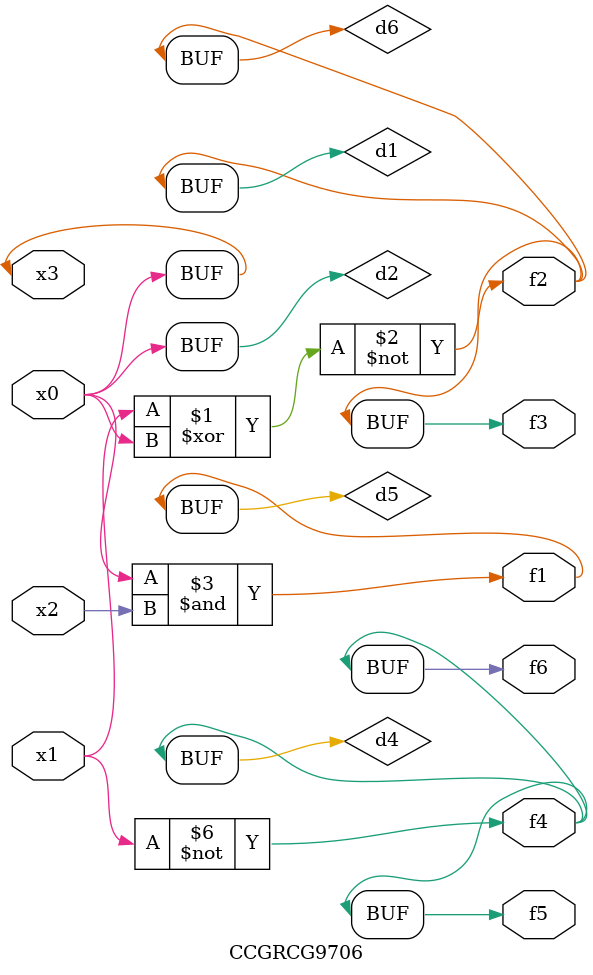
<source format=v>
module CCGRCG9706(
	input x0, x1, x2, x3,
	output f1, f2, f3, f4, f5, f6
);

	wire d1, d2, d3, d4, d5, d6;

	xnor (d1, x1, x3);
	buf (d2, x0, x3);
	nand (d3, x0, x2);
	not (d4, x1);
	nand (d5, d3);
	or (d6, d1);
	assign f1 = d5;
	assign f2 = d6;
	assign f3 = d6;
	assign f4 = d4;
	assign f5 = d4;
	assign f6 = d4;
endmodule

</source>
